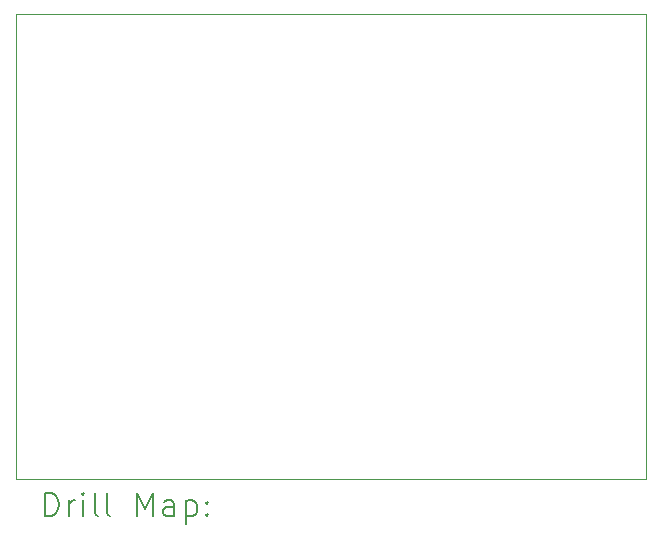
<source format=gbr>
%TF.GenerationSoftware,KiCad,Pcbnew,7.0.2*%
%TF.CreationDate,2023-06-01T11:51:46+02:00*%
%TF.ProjectId,Indicator_voltage,496e6469-6361-4746-9f72-5f766f6c7461,rev?*%
%TF.SameCoordinates,Original*%
%TF.FileFunction,Drillmap*%
%TF.FilePolarity,Positive*%
%FSLAX45Y45*%
G04 Gerber Fmt 4.5, Leading zero omitted, Abs format (unit mm)*
G04 Created by KiCad (PCBNEW 7.0.2) date 2023-06-01 11:51:46*
%MOMM*%
%LPD*%
G01*
G04 APERTURE LIST*
%ADD10C,0.100000*%
%ADD11C,0.200000*%
G04 APERTURE END LIST*
D10*
X11811000Y-8791000D02*
X17145000Y-8791000D01*
X17145000Y-12728000D01*
X11811000Y-12728000D01*
X11811000Y-8791000D01*
D11*
X12053619Y-13045524D02*
X12053619Y-12845524D01*
X12053619Y-12845524D02*
X12101238Y-12845524D01*
X12101238Y-12845524D02*
X12129809Y-12855048D01*
X12129809Y-12855048D02*
X12148857Y-12874095D01*
X12148857Y-12874095D02*
X12158381Y-12893143D01*
X12158381Y-12893143D02*
X12167905Y-12931238D01*
X12167905Y-12931238D02*
X12167905Y-12959809D01*
X12167905Y-12959809D02*
X12158381Y-12997905D01*
X12158381Y-12997905D02*
X12148857Y-13016952D01*
X12148857Y-13016952D02*
X12129809Y-13036000D01*
X12129809Y-13036000D02*
X12101238Y-13045524D01*
X12101238Y-13045524D02*
X12053619Y-13045524D01*
X12253619Y-13045524D02*
X12253619Y-12912190D01*
X12253619Y-12950286D02*
X12263143Y-12931238D01*
X12263143Y-12931238D02*
X12272667Y-12921714D01*
X12272667Y-12921714D02*
X12291714Y-12912190D01*
X12291714Y-12912190D02*
X12310762Y-12912190D01*
X12377428Y-13045524D02*
X12377428Y-12912190D01*
X12377428Y-12845524D02*
X12367905Y-12855048D01*
X12367905Y-12855048D02*
X12377428Y-12864571D01*
X12377428Y-12864571D02*
X12386952Y-12855048D01*
X12386952Y-12855048D02*
X12377428Y-12845524D01*
X12377428Y-12845524D02*
X12377428Y-12864571D01*
X12501238Y-13045524D02*
X12482190Y-13036000D01*
X12482190Y-13036000D02*
X12472667Y-13016952D01*
X12472667Y-13016952D02*
X12472667Y-12845524D01*
X12606000Y-13045524D02*
X12586952Y-13036000D01*
X12586952Y-13036000D02*
X12577428Y-13016952D01*
X12577428Y-13016952D02*
X12577428Y-12845524D01*
X12834571Y-13045524D02*
X12834571Y-12845524D01*
X12834571Y-12845524D02*
X12901238Y-12988381D01*
X12901238Y-12988381D02*
X12967905Y-12845524D01*
X12967905Y-12845524D02*
X12967905Y-13045524D01*
X13148857Y-13045524D02*
X13148857Y-12940762D01*
X13148857Y-12940762D02*
X13139333Y-12921714D01*
X13139333Y-12921714D02*
X13120286Y-12912190D01*
X13120286Y-12912190D02*
X13082190Y-12912190D01*
X13082190Y-12912190D02*
X13063143Y-12921714D01*
X13148857Y-13036000D02*
X13129809Y-13045524D01*
X13129809Y-13045524D02*
X13082190Y-13045524D01*
X13082190Y-13045524D02*
X13063143Y-13036000D01*
X13063143Y-13036000D02*
X13053619Y-13016952D01*
X13053619Y-13016952D02*
X13053619Y-12997905D01*
X13053619Y-12997905D02*
X13063143Y-12978857D01*
X13063143Y-12978857D02*
X13082190Y-12969333D01*
X13082190Y-12969333D02*
X13129809Y-12969333D01*
X13129809Y-12969333D02*
X13148857Y-12959809D01*
X13244095Y-12912190D02*
X13244095Y-13112190D01*
X13244095Y-12921714D02*
X13263143Y-12912190D01*
X13263143Y-12912190D02*
X13301238Y-12912190D01*
X13301238Y-12912190D02*
X13320286Y-12921714D01*
X13320286Y-12921714D02*
X13329809Y-12931238D01*
X13329809Y-12931238D02*
X13339333Y-12950286D01*
X13339333Y-12950286D02*
X13339333Y-13007428D01*
X13339333Y-13007428D02*
X13329809Y-13026476D01*
X13329809Y-13026476D02*
X13320286Y-13036000D01*
X13320286Y-13036000D02*
X13301238Y-13045524D01*
X13301238Y-13045524D02*
X13263143Y-13045524D01*
X13263143Y-13045524D02*
X13244095Y-13036000D01*
X13425048Y-13026476D02*
X13434571Y-13036000D01*
X13434571Y-13036000D02*
X13425048Y-13045524D01*
X13425048Y-13045524D02*
X13415524Y-13036000D01*
X13415524Y-13036000D02*
X13425048Y-13026476D01*
X13425048Y-13026476D02*
X13425048Y-13045524D01*
X13425048Y-12921714D02*
X13434571Y-12931238D01*
X13434571Y-12931238D02*
X13425048Y-12940762D01*
X13425048Y-12940762D02*
X13415524Y-12931238D01*
X13415524Y-12931238D02*
X13425048Y-12921714D01*
X13425048Y-12921714D02*
X13425048Y-12940762D01*
M02*

</source>
